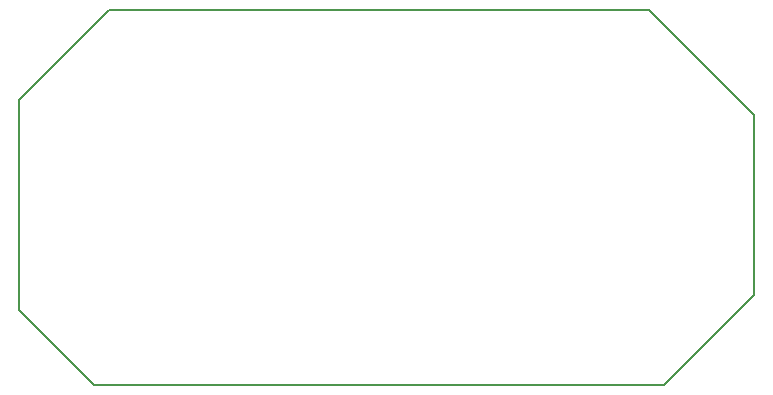
<source format=gbp>
G75*
%MOIN*%
%OFA0B0*%
%FSLAX25Y25*%
%IPPOS*%
%LPD*%
%AMOC8*
5,1,8,0,0,1.08239X$1,22.5*
%
%ADD10C,0.00600*%
D10*
X0026300Y0001300D02*
X0001300Y0026300D01*
X0001300Y0096300D01*
X0031300Y0126300D01*
X0211300Y0126300D01*
X0246300Y0091300D01*
X0246300Y0031300D01*
X0216300Y0001300D01*
X0026300Y0001300D01*
M02*

</source>
